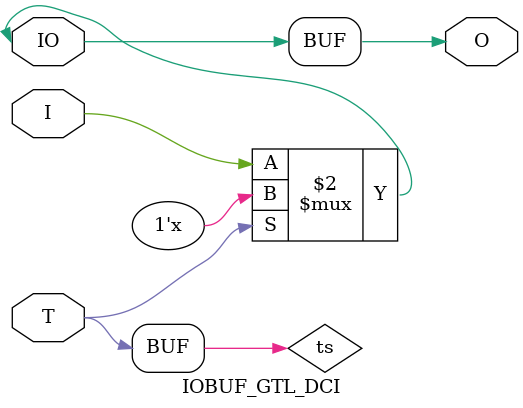
<source format=v>

/*

FUNCTION    : INPUT TRI-STATE OUTPUT BUFFER

*/

`celldefine
`timescale  100 ps / 10 ps

module IOBUF_GTL_DCI (O, IO, I, T);

    output O;

    inout  IO;

    input  I, T;

    or O1 (ts, 1'b0, T);
    bufif0 T1 (IO, I, ts);

    buf B1 (O, IO);

endmodule

</source>
